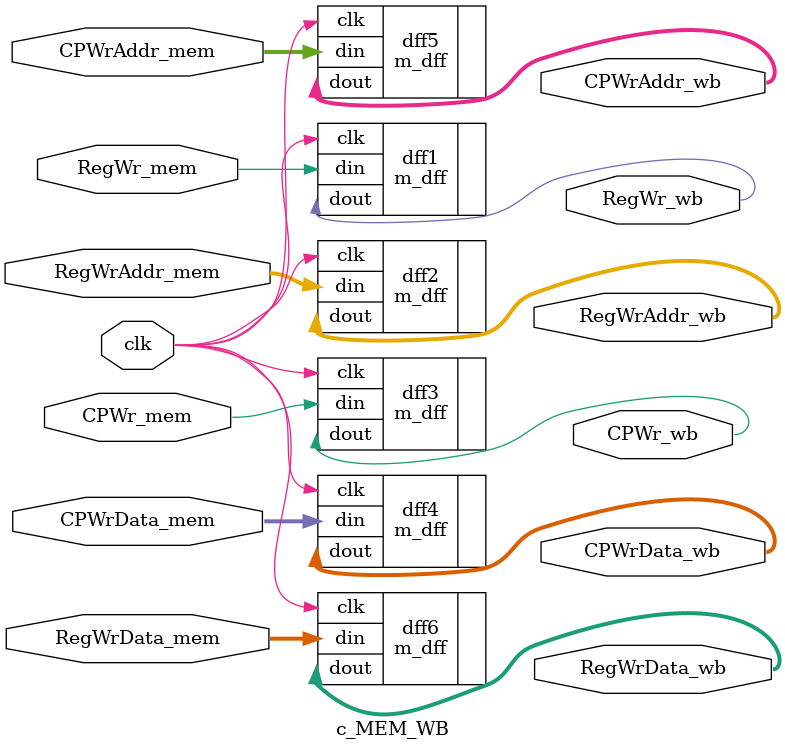
<source format=v>
`timescale 1ns / 1ps


module c_MEM_WB(
    input clk,
    input RegWr_mem,
    input CPWr_mem,
    input[4:0] RegWrAddr_mem,
    input[4:0] CPWrAddr_mem,
    input[31:0] RegWrData_mem,
    input[31:0] CPWrData_mem,
    output RegWr_wb,
    output CPWr_wb,
    output[4:0] RegWrAddr_wb,
    output[4:0] CPWrAddr_wb,
    output[31:0] RegWrData_wb,
    output[31:0] CPWrData_wb
    );
    
    //reg for RegWr
    m_dff #(1) dff1 (
    .clk(clk),
    .din(RegWr_mem),
    .dout(RegWr_wb)
    );
    //reg for RegWrAddr
    m_dff #(5) dff2 (
    .clk(clk),
    .din(RegWrAddr_mem),
    .dout(RegWrAddr_wb)
    );
    //reg for CPWr
    m_dff #(1) dff3 (
    .clk(clk),
    .din(CPWr_mem),
    .dout(CPWr_wb)
    );
    //reg for CPWrData
    m_dff #(32) dff4(
    .clk(clk),
    .din(CPWrData_mem),
    .dout(CPWrData_wb)
    );
    //reg for CPWrAddr
    m_dff #(5) dff5(
    .clk(clk),
    .din(CPWrAddr_mem),
    .dout(CPWrAddr_wb)
    );
    //reg for RegWrData
    m_dff #(32) dff6(
    .clk(clk),
    .din(RegWrData_mem),
    .dout(RegWrData_wb)
    );
endmodule

</source>
